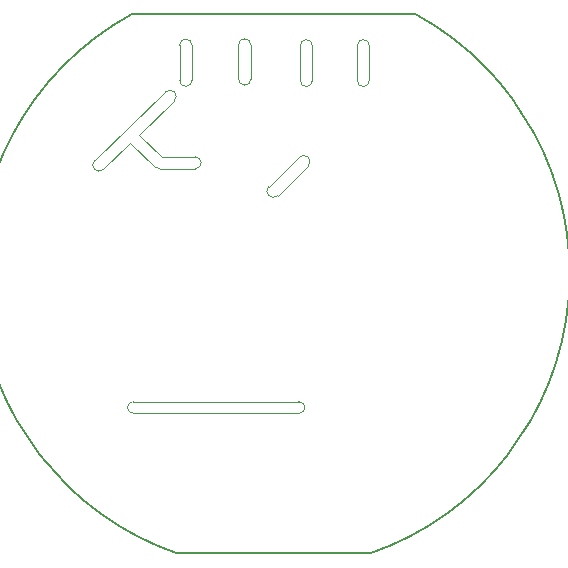
<source format=gm1>
G04 #@! TF.GenerationSoftware,KiCad,Pcbnew,8.0.8*
G04 #@! TF.CreationDate,2025-02-21T01:15:50+03:00*
G04 #@! TF.ProjectId,SMHome_2RelayBoardRound_ESP1M_v7,534d486f-6d65-45f3-9252-656c6179426f,12*
G04 #@! TF.SameCoordinates,Original*
G04 #@! TF.FileFunction,Profile,NP*
%FSLAX46Y46*%
G04 Gerber Fmt 4.6, Leading zero omitted, Abs format (unit mm)*
G04 Created by KiCad (PCBNEW 8.0.8) date 2025-02-21 01:15:50*
%MOMM*%
%LPD*%
G01*
G04 APERTURE LIST*
G04 #@! TA.AperFunction,Profile*
%ADD10C,0.100000*%
G04 #@! TD*
G04 #@! TA.AperFunction,Profile*
%ADD11C,0.150000*%
G04 #@! TD*
G04 #@! TA.AperFunction,Profile*
%ADD12C,0.200000*%
G04 #@! TD*
G04 #@! TA.AperFunction,Profile*
%ADD13C,0.120000*%
G04 #@! TD*
G04 APERTURE END LIST*
D10*
X141757400Y-95067500D02*
G75*
G02*
X141761357Y-96092917I4200J-512700D01*
G01*
X150571200Y-95123000D02*
X147980400Y-97612200D01*
X137007600Y-93243400D02*
X138938000Y-95072200D01*
X156517521Y-88620600D02*
G75*
G02*
X155492062Y-88624557I-512721J-4200D01*
G01*
D11*
X160477200Y-83032600D02*
G75*
G02*
X156591000Y-128650999I-12032740J-21949670D01*
G01*
D10*
X136245600Y-93954600D02*
X138328400Y-95935800D01*
X151333200Y-95885000D02*
X148742400Y-98374200D01*
X133984770Y-96151720D02*
G75*
G02*
X133251180Y-95387926I-359170J389220D01*
G01*
X141503400Y-88599157D02*
X141503400Y-85644843D01*
X140444600Y-85623486D02*
G75*
G02*
X141503425Y-85644843I529200J-21214D01*
G01*
X155492121Y-85670243D02*
G75*
G02*
X156517521Y-85670243I512700J0D01*
G01*
X150567237Y-95125964D02*
G75*
G02*
X151333227Y-95885028I386063J-376436D01*
G01*
X146488680Y-88497522D02*
X146488680Y-85623400D01*
X146488680Y-88497522D02*
G75*
G02*
X145429946Y-88476168I-529580J122D01*
G01*
X140004800Y-90347800D02*
X137007600Y-93243400D01*
X150663400Y-85674200D02*
G75*
G02*
X151688800Y-85674200I512700J0D01*
G01*
X150663400Y-88628514D02*
X150663400Y-85674200D01*
X140444600Y-88577800D02*
X140444600Y-85623486D01*
X151688800Y-88624557D02*
X151688800Y-85674200D01*
X141761357Y-96092900D02*
X138807043Y-96088200D01*
X141503400Y-88599157D02*
G75*
G02*
X140444628Y-88577801I-529600J57D01*
G01*
X148742400Y-98374200D02*
G75*
G02*
X147980461Y-97610469I-366100J396700D01*
G01*
X141757400Y-95067500D02*
X138938000Y-95076900D01*
X155492121Y-88624557D02*
X155492121Y-85670243D01*
D11*
X140233400Y-128651000D02*
G75*
G02*
X136347197Y-83032595I8176210J23671260D01*
G01*
D10*
X139247393Y-89585800D02*
G75*
G02*
X140004866Y-90347869I384707J-375100D01*
G01*
X151688800Y-88624557D02*
G75*
G02*
X150663383Y-88628514I-512700J-4243D01*
G01*
X156517521Y-88620600D02*
X156517521Y-85670243D01*
X139242800Y-89585800D02*
X133251187Y-95387933D01*
D12*
X156591000Y-128651000D02*
X140233400Y-128651000D01*
D10*
X136245600Y-93954600D02*
X133984770Y-96151720D01*
X145429880Y-85602043D02*
G75*
G02*
X146488743Y-85623400I529220J-21157D01*
G01*
X138797566Y-96088200D02*
G75*
G02*
X138328410Y-95935784I46434J941200D01*
G01*
X145429880Y-88476165D02*
X145429880Y-85602043D01*
D11*
X136347200Y-83032600D02*
X160477200Y-83032600D01*
D13*
X150543600Y-115806600D02*
X136543600Y-115806600D01*
X150543600Y-116806600D02*
X136543600Y-116806600D01*
X136543600Y-116806600D02*
G75*
G02*
X136543600Y-115806600I0J500000D01*
G01*
X150543600Y-115806600D02*
G75*
G02*
X150543600Y-116806600I0J-500000D01*
G01*
M02*

</source>
